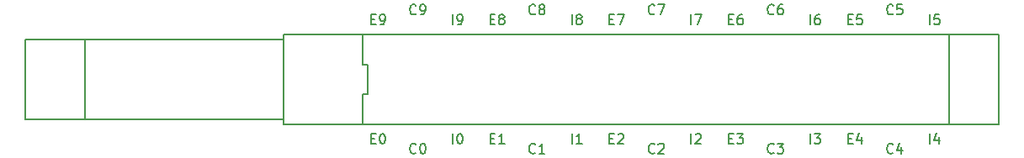
<source format=gbr>
G04 #@! TF.GenerationSoftware,KiCad,Pcbnew,no-vcs-found-7434~57~ubuntu16.04.1*
G04 #@! TF.CreationDate,2017-01-07T23:20:12+01:00*
G04 #@! TF.ProjectId,PickupWiring,5069636B7570576972696E672E6B6963,rev?*
G04 #@! TF.FileFunction,Legend,Top*
G04 #@! TF.FilePolarity,Positive*
%FSLAX46Y46*%
G04 Gerber Fmt 4.6, Leading zero omitted, Abs format (unit mm)*
G04 Created by KiCad (PCBNEW no-vcs-found-7434~57~ubuntu16.04.1) date Sat Jan  7 23:20:12 2017*
%MOMM*%
%LPD*%
G01*
G04 APERTURE LIST*
%ADD10C,0.050000*%
%ADD11C,0.150000*%
G04 APERTURE END LIST*
D10*
D11*
X99500000Y-120499999D02*
X158500000Y-120500000D01*
X158500000Y-120500000D02*
X158500000Y-111500001D01*
X158500000Y-111500001D02*
X99500000Y-111500000D01*
X99500000Y-111500000D02*
X99500000Y-114500000D01*
X99500000Y-114500000D02*
X99950000Y-114500000D01*
X99950000Y-114500000D02*
X99950000Y-117499999D01*
X99950000Y-117499999D02*
X99500000Y-117499999D01*
X99500000Y-117499999D02*
X99500000Y-120499999D01*
X158500000Y-111500000D02*
X163500000Y-111500000D01*
X163500000Y-111500000D02*
X163500000Y-120500000D01*
X163500000Y-120500000D02*
X158500000Y-120500000D01*
X99500000Y-111500000D02*
X91500000Y-111500000D01*
X91500000Y-111500000D02*
X91500000Y-120500000D01*
X91500000Y-120500000D02*
X99500000Y-120500000D01*
X91500000Y-112000000D02*
X65500000Y-112000000D01*
X65500000Y-112000000D02*
X65500000Y-120000000D01*
X65500000Y-120000000D02*
X91500000Y-120000000D01*
X71500000Y-112000000D02*
X71500000Y-120000000D01*
X104833333Y-123357142D02*
X104785714Y-123404761D01*
X104642857Y-123452380D01*
X104547619Y-123452380D01*
X104404761Y-123404761D01*
X104309523Y-123309523D01*
X104261904Y-123214285D01*
X104214285Y-123023809D01*
X104214285Y-122880952D01*
X104261904Y-122690476D01*
X104309523Y-122595238D01*
X104404761Y-122500000D01*
X104547619Y-122452380D01*
X104642857Y-122452380D01*
X104785714Y-122500000D01*
X104833333Y-122547619D01*
X105452380Y-122452380D02*
X105547619Y-122452380D01*
X105642857Y-122500000D01*
X105690476Y-122547619D01*
X105738095Y-122642857D01*
X105785714Y-122833333D01*
X105785714Y-123071428D01*
X105738095Y-123261904D01*
X105690476Y-123357142D01*
X105642857Y-123404761D01*
X105547619Y-123452380D01*
X105452380Y-123452380D01*
X105357142Y-123404761D01*
X105309523Y-123357142D01*
X105261904Y-123261904D01*
X105214285Y-123071428D01*
X105214285Y-122833333D01*
X105261904Y-122642857D01*
X105309523Y-122547619D01*
X105357142Y-122500000D01*
X105452380Y-122452380D01*
X116833333Y-123357142D02*
X116785714Y-123404761D01*
X116642857Y-123452380D01*
X116547619Y-123452380D01*
X116404761Y-123404761D01*
X116309523Y-123309523D01*
X116261904Y-123214285D01*
X116214285Y-123023809D01*
X116214285Y-122880952D01*
X116261904Y-122690476D01*
X116309523Y-122595238D01*
X116404761Y-122500000D01*
X116547619Y-122452380D01*
X116642857Y-122452380D01*
X116785714Y-122500000D01*
X116833333Y-122547619D01*
X117785714Y-123452380D02*
X117214285Y-123452380D01*
X117500000Y-123452380D02*
X117500000Y-122452380D01*
X117404761Y-122595238D01*
X117309523Y-122690476D01*
X117214285Y-122738095D01*
X128833333Y-123357142D02*
X128785714Y-123404761D01*
X128642857Y-123452380D01*
X128547619Y-123452380D01*
X128404761Y-123404761D01*
X128309523Y-123309523D01*
X128261904Y-123214285D01*
X128214285Y-123023809D01*
X128214285Y-122880952D01*
X128261904Y-122690476D01*
X128309523Y-122595238D01*
X128404761Y-122500000D01*
X128547619Y-122452380D01*
X128642857Y-122452380D01*
X128785714Y-122500000D01*
X128833333Y-122547619D01*
X129214285Y-122547619D02*
X129261904Y-122500000D01*
X129357142Y-122452380D01*
X129595238Y-122452380D01*
X129690476Y-122500000D01*
X129738095Y-122547619D01*
X129785714Y-122642857D01*
X129785714Y-122738095D01*
X129738095Y-122880952D01*
X129166666Y-123452380D01*
X129785714Y-123452380D01*
X140833333Y-123357142D02*
X140785714Y-123404761D01*
X140642857Y-123452380D01*
X140547619Y-123452380D01*
X140404761Y-123404761D01*
X140309523Y-123309523D01*
X140261904Y-123214285D01*
X140214285Y-123023809D01*
X140214285Y-122880952D01*
X140261904Y-122690476D01*
X140309523Y-122595238D01*
X140404761Y-122500000D01*
X140547619Y-122452380D01*
X140642857Y-122452380D01*
X140785714Y-122500000D01*
X140833333Y-122547619D01*
X141166666Y-122452380D02*
X141785714Y-122452380D01*
X141452380Y-122833333D01*
X141595238Y-122833333D01*
X141690476Y-122880952D01*
X141738095Y-122928571D01*
X141785714Y-123023809D01*
X141785714Y-123261904D01*
X141738095Y-123357142D01*
X141690476Y-123404761D01*
X141595238Y-123452380D01*
X141309523Y-123452380D01*
X141214285Y-123404761D01*
X141166666Y-123357142D01*
X152833333Y-123357142D02*
X152785714Y-123404761D01*
X152642857Y-123452380D01*
X152547619Y-123452380D01*
X152404761Y-123404761D01*
X152309523Y-123309523D01*
X152261904Y-123214285D01*
X152214285Y-123023809D01*
X152214285Y-122880952D01*
X152261904Y-122690476D01*
X152309523Y-122595238D01*
X152404761Y-122500000D01*
X152547619Y-122452380D01*
X152642857Y-122452380D01*
X152785714Y-122500000D01*
X152833333Y-122547619D01*
X153690476Y-122785714D02*
X153690476Y-123452380D01*
X153452380Y-122404761D02*
X153214285Y-123119047D01*
X153833333Y-123119047D01*
X152833333Y-109357142D02*
X152785714Y-109404761D01*
X152642857Y-109452380D01*
X152547619Y-109452380D01*
X152404761Y-109404761D01*
X152309523Y-109309523D01*
X152261904Y-109214285D01*
X152214285Y-109023809D01*
X152214285Y-108880952D01*
X152261904Y-108690476D01*
X152309523Y-108595238D01*
X152404761Y-108500000D01*
X152547619Y-108452380D01*
X152642857Y-108452380D01*
X152785714Y-108500000D01*
X152833333Y-108547619D01*
X153738095Y-108452380D02*
X153261904Y-108452380D01*
X153214285Y-108928571D01*
X153261904Y-108880952D01*
X153357142Y-108833333D01*
X153595238Y-108833333D01*
X153690476Y-108880952D01*
X153738095Y-108928571D01*
X153785714Y-109023809D01*
X153785714Y-109261904D01*
X153738095Y-109357142D01*
X153690476Y-109404761D01*
X153595238Y-109452380D01*
X153357142Y-109452380D01*
X153261904Y-109404761D01*
X153214285Y-109357142D01*
X140833333Y-109357142D02*
X140785714Y-109404761D01*
X140642857Y-109452380D01*
X140547619Y-109452380D01*
X140404761Y-109404761D01*
X140309523Y-109309523D01*
X140261904Y-109214285D01*
X140214285Y-109023809D01*
X140214285Y-108880952D01*
X140261904Y-108690476D01*
X140309523Y-108595238D01*
X140404761Y-108500000D01*
X140547619Y-108452380D01*
X140642857Y-108452380D01*
X140785714Y-108500000D01*
X140833333Y-108547619D01*
X141690476Y-108452380D02*
X141500000Y-108452380D01*
X141404761Y-108500000D01*
X141357142Y-108547619D01*
X141261904Y-108690476D01*
X141214285Y-108880952D01*
X141214285Y-109261904D01*
X141261904Y-109357142D01*
X141309523Y-109404761D01*
X141404761Y-109452380D01*
X141595238Y-109452380D01*
X141690476Y-109404761D01*
X141738095Y-109357142D01*
X141785714Y-109261904D01*
X141785714Y-109023809D01*
X141738095Y-108928571D01*
X141690476Y-108880952D01*
X141595238Y-108833333D01*
X141404761Y-108833333D01*
X141309523Y-108880952D01*
X141261904Y-108928571D01*
X141214285Y-109023809D01*
X128833333Y-109357142D02*
X128785714Y-109404761D01*
X128642857Y-109452380D01*
X128547619Y-109452380D01*
X128404761Y-109404761D01*
X128309523Y-109309523D01*
X128261904Y-109214285D01*
X128214285Y-109023809D01*
X128214285Y-108880952D01*
X128261904Y-108690476D01*
X128309523Y-108595238D01*
X128404761Y-108500000D01*
X128547619Y-108452380D01*
X128642857Y-108452380D01*
X128785714Y-108500000D01*
X128833333Y-108547619D01*
X129166666Y-108452380D02*
X129833333Y-108452380D01*
X129404761Y-109452380D01*
X116833333Y-109357142D02*
X116785714Y-109404761D01*
X116642857Y-109452380D01*
X116547619Y-109452380D01*
X116404761Y-109404761D01*
X116309523Y-109309523D01*
X116261904Y-109214285D01*
X116214285Y-109023809D01*
X116214285Y-108880952D01*
X116261904Y-108690476D01*
X116309523Y-108595238D01*
X116404761Y-108500000D01*
X116547619Y-108452380D01*
X116642857Y-108452380D01*
X116785714Y-108500000D01*
X116833333Y-108547619D01*
X117404761Y-108880952D02*
X117309523Y-108833333D01*
X117261904Y-108785714D01*
X117214285Y-108690476D01*
X117214285Y-108642857D01*
X117261904Y-108547619D01*
X117309523Y-108500000D01*
X117404761Y-108452380D01*
X117595238Y-108452380D01*
X117690476Y-108500000D01*
X117738095Y-108547619D01*
X117785714Y-108642857D01*
X117785714Y-108690476D01*
X117738095Y-108785714D01*
X117690476Y-108833333D01*
X117595238Y-108880952D01*
X117404761Y-108880952D01*
X117309523Y-108928571D01*
X117261904Y-108976190D01*
X117214285Y-109071428D01*
X117214285Y-109261904D01*
X117261904Y-109357142D01*
X117309523Y-109404761D01*
X117404761Y-109452380D01*
X117595238Y-109452380D01*
X117690476Y-109404761D01*
X117738095Y-109357142D01*
X117785714Y-109261904D01*
X117785714Y-109071428D01*
X117738095Y-108976190D01*
X117690476Y-108928571D01*
X117595238Y-108880952D01*
X104833333Y-109357142D02*
X104785714Y-109404761D01*
X104642857Y-109452380D01*
X104547619Y-109452380D01*
X104404761Y-109404761D01*
X104309523Y-109309523D01*
X104261904Y-109214285D01*
X104214285Y-109023809D01*
X104214285Y-108880952D01*
X104261904Y-108690476D01*
X104309523Y-108595238D01*
X104404761Y-108500000D01*
X104547619Y-108452380D01*
X104642857Y-108452380D01*
X104785714Y-108500000D01*
X104833333Y-108547619D01*
X105309523Y-109452380D02*
X105500000Y-109452380D01*
X105595238Y-109404761D01*
X105642857Y-109357142D01*
X105738095Y-109214285D01*
X105785714Y-109023809D01*
X105785714Y-108642857D01*
X105738095Y-108547619D01*
X105690476Y-108500000D01*
X105595238Y-108452380D01*
X105404761Y-108452380D01*
X105309523Y-108500000D01*
X105261904Y-108547619D01*
X105214285Y-108642857D01*
X105214285Y-108880952D01*
X105261904Y-108976190D01*
X105309523Y-109023809D01*
X105404761Y-109071428D01*
X105595238Y-109071428D01*
X105690476Y-109023809D01*
X105738095Y-108976190D01*
X105785714Y-108880952D01*
X100309523Y-121928571D02*
X100642857Y-121928571D01*
X100785714Y-122452380D02*
X100309523Y-122452380D01*
X100309523Y-121452380D01*
X100785714Y-121452380D01*
X101404761Y-121452380D02*
X101500000Y-121452380D01*
X101595238Y-121500000D01*
X101642857Y-121547619D01*
X101690476Y-121642857D01*
X101738095Y-121833333D01*
X101738095Y-122071428D01*
X101690476Y-122261904D01*
X101642857Y-122357142D01*
X101595238Y-122404761D01*
X101500000Y-122452380D01*
X101404761Y-122452380D01*
X101309523Y-122404761D01*
X101261904Y-122357142D01*
X101214285Y-122261904D01*
X101166666Y-122071428D01*
X101166666Y-121833333D01*
X101214285Y-121642857D01*
X101261904Y-121547619D01*
X101309523Y-121500000D01*
X101404761Y-121452380D01*
X100309523Y-109928571D02*
X100642857Y-109928571D01*
X100785714Y-110452380D02*
X100309523Y-110452380D01*
X100309523Y-109452380D01*
X100785714Y-109452380D01*
X101261904Y-110452380D02*
X101452380Y-110452380D01*
X101547619Y-110404761D01*
X101595238Y-110357142D01*
X101690476Y-110214285D01*
X101738095Y-110023809D01*
X101738095Y-109642857D01*
X101690476Y-109547619D01*
X101642857Y-109500000D01*
X101547619Y-109452380D01*
X101357142Y-109452380D01*
X101261904Y-109500000D01*
X101214285Y-109547619D01*
X101166666Y-109642857D01*
X101166666Y-109880952D01*
X101214285Y-109976190D01*
X101261904Y-110023809D01*
X101357142Y-110071428D01*
X101547619Y-110071428D01*
X101642857Y-110023809D01*
X101690476Y-109976190D01*
X101738095Y-109880952D01*
X112309523Y-109928571D02*
X112642857Y-109928571D01*
X112785714Y-110452380D02*
X112309523Y-110452380D01*
X112309523Y-109452380D01*
X112785714Y-109452380D01*
X113357142Y-109880952D02*
X113261904Y-109833333D01*
X113214285Y-109785714D01*
X113166666Y-109690476D01*
X113166666Y-109642857D01*
X113214285Y-109547619D01*
X113261904Y-109500000D01*
X113357142Y-109452380D01*
X113547619Y-109452380D01*
X113642857Y-109500000D01*
X113690476Y-109547619D01*
X113738095Y-109642857D01*
X113738095Y-109690476D01*
X113690476Y-109785714D01*
X113642857Y-109833333D01*
X113547619Y-109880952D01*
X113357142Y-109880952D01*
X113261904Y-109928571D01*
X113214285Y-109976190D01*
X113166666Y-110071428D01*
X113166666Y-110261904D01*
X113214285Y-110357142D01*
X113261904Y-110404761D01*
X113357142Y-110452380D01*
X113547619Y-110452380D01*
X113642857Y-110404761D01*
X113690476Y-110357142D01*
X113738095Y-110261904D01*
X113738095Y-110071428D01*
X113690476Y-109976190D01*
X113642857Y-109928571D01*
X113547619Y-109880952D01*
X112309523Y-121928571D02*
X112642857Y-121928571D01*
X112785714Y-122452380D02*
X112309523Y-122452380D01*
X112309523Y-121452380D01*
X112785714Y-121452380D01*
X113738095Y-122452380D02*
X113166666Y-122452380D01*
X113452380Y-122452380D02*
X113452380Y-121452380D01*
X113357142Y-121595238D01*
X113261904Y-121690476D01*
X113166666Y-121738095D01*
X124309523Y-121928571D02*
X124642857Y-121928571D01*
X124785714Y-122452380D02*
X124309523Y-122452380D01*
X124309523Y-121452380D01*
X124785714Y-121452380D01*
X125166666Y-121547619D02*
X125214285Y-121500000D01*
X125309523Y-121452380D01*
X125547619Y-121452380D01*
X125642857Y-121500000D01*
X125690476Y-121547619D01*
X125738095Y-121642857D01*
X125738095Y-121738095D01*
X125690476Y-121880952D01*
X125119047Y-122452380D01*
X125738095Y-122452380D01*
X124309523Y-109928571D02*
X124642857Y-109928571D01*
X124785714Y-110452380D02*
X124309523Y-110452380D01*
X124309523Y-109452380D01*
X124785714Y-109452380D01*
X125119047Y-109452380D02*
X125785714Y-109452380D01*
X125357142Y-110452380D01*
X136309523Y-109928571D02*
X136642857Y-109928571D01*
X136785714Y-110452380D02*
X136309523Y-110452380D01*
X136309523Y-109452380D01*
X136785714Y-109452380D01*
X137642857Y-109452380D02*
X137452380Y-109452380D01*
X137357142Y-109500000D01*
X137309523Y-109547619D01*
X137214285Y-109690476D01*
X137166666Y-109880952D01*
X137166666Y-110261904D01*
X137214285Y-110357142D01*
X137261904Y-110404761D01*
X137357142Y-110452380D01*
X137547619Y-110452380D01*
X137642857Y-110404761D01*
X137690476Y-110357142D01*
X137738095Y-110261904D01*
X137738095Y-110023809D01*
X137690476Y-109928571D01*
X137642857Y-109880952D01*
X137547619Y-109833333D01*
X137357142Y-109833333D01*
X137261904Y-109880952D01*
X137214285Y-109928571D01*
X137166666Y-110023809D01*
X136309523Y-121928571D02*
X136642857Y-121928571D01*
X136785714Y-122452380D02*
X136309523Y-122452380D01*
X136309523Y-121452380D01*
X136785714Y-121452380D01*
X137119047Y-121452380D02*
X137738095Y-121452380D01*
X137404761Y-121833333D01*
X137547619Y-121833333D01*
X137642857Y-121880952D01*
X137690476Y-121928571D01*
X137738095Y-122023809D01*
X137738095Y-122261904D01*
X137690476Y-122357142D01*
X137642857Y-122404761D01*
X137547619Y-122452380D01*
X137261904Y-122452380D01*
X137166666Y-122404761D01*
X137119047Y-122357142D01*
X148309523Y-121928571D02*
X148642857Y-121928571D01*
X148785714Y-122452380D02*
X148309523Y-122452380D01*
X148309523Y-121452380D01*
X148785714Y-121452380D01*
X149642857Y-121785714D02*
X149642857Y-122452380D01*
X149404761Y-121404761D02*
X149166666Y-122119047D01*
X149785714Y-122119047D01*
X148309523Y-109928571D02*
X148642857Y-109928571D01*
X148785714Y-110452380D02*
X148309523Y-110452380D01*
X148309523Y-109452380D01*
X148785714Y-109452380D01*
X149690476Y-109452380D02*
X149214285Y-109452380D01*
X149166666Y-109928571D01*
X149214285Y-109880952D01*
X149309523Y-109833333D01*
X149547619Y-109833333D01*
X149642857Y-109880952D01*
X149690476Y-109928571D01*
X149738095Y-110023809D01*
X149738095Y-110261904D01*
X149690476Y-110357142D01*
X149642857Y-110404761D01*
X149547619Y-110452380D01*
X149309523Y-110452380D01*
X149214285Y-110404761D01*
X149166666Y-110357142D01*
X108523809Y-110452380D02*
X108523809Y-109452380D01*
X109047619Y-110452380D02*
X109238095Y-110452380D01*
X109333333Y-110404761D01*
X109380952Y-110357142D01*
X109476190Y-110214285D01*
X109523809Y-110023809D01*
X109523809Y-109642857D01*
X109476190Y-109547619D01*
X109428571Y-109500000D01*
X109333333Y-109452380D01*
X109142857Y-109452380D01*
X109047619Y-109500000D01*
X109000000Y-109547619D01*
X108952380Y-109642857D01*
X108952380Y-109880952D01*
X109000000Y-109976190D01*
X109047619Y-110023809D01*
X109142857Y-110071428D01*
X109333333Y-110071428D01*
X109428571Y-110023809D01*
X109476190Y-109976190D01*
X109523809Y-109880952D01*
X108523809Y-122452380D02*
X108523809Y-121452380D01*
X109190476Y-121452380D02*
X109285714Y-121452380D01*
X109380952Y-121500000D01*
X109428571Y-121547619D01*
X109476190Y-121642857D01*
X109523809Y-121833333D01*
X109523809Y-122071428D01*
X109476190Y-122261904D01*
X109428571Y-122357142D01*
X109380952Y-122404761D01*
X109285714Y-122452380D01*
X109190476Y-122452380D01*
X109095238Y-122404761D01*
X109047619Y-122357142D01*
X109000000Y-122261904D01*
X108952380Y-122071428D01*
X108952380Y-121833333D01*
X109000000Y-121642857D01*
X109047619Y-121547619D01*
X109095238Y-121500000D01*
X109190476Y-121452380D01*
X120523809Y-122452380D02*
X120523809Y-121452380D01*
X121523809Y-122452380D02*
X120952380Y-122452380D01*
X121238095Y-122452380D02*
X121238095Y-121452380D01*
X121142857Y-121595238D01*
X121047619Y-121690476D01*
X120952380Y-121738095D01*
X132523809Y-122452380D02*
X132523809Y-121452380D01*
X132952380Y-121547619D02*
X133000000Y-121500000D01*
X133095238Y-121452380D01*
X133333333Y-121452380D01*
X133428571Y-121500000D01*
X133476190Y-121547619D01*
X133523809Y-121642857D01*
X133523809Y-121738095D01*
X133476190Y-121880952D01*
X132904761Y-122452380D01*
X133523809Y-122452380D01*
X144523809Y-122452380D02*
X144523809Y-121452380D01*
X144904761Y-121452380D02*
X145523809Y-121452380D01*
X145190476Y-121833333D01*
X145333333Y-121833333D01*
X145428571Y-121880952D01*
X145476190Y-121928571D01*
X145523809Y-122023809D01*
X145523809Y-122261904D01*
X145476190Y-122357142D01*
X145428571Y-122404761D01*
X145333333Y-122452380D01*
X145047619Y-122452380D01*
X144952380Y-122404761D01*
X144904761Y-122357142D01*
X156523809Y-122452380D02*
X156523809Y-121452380D01*
X157428571Y-121785714D02*
X157428571Y-122452380D01*
X157190476Y-121404761D02*
X156952380Y-122119047D01*
X157571428Y-122119047D01*
X156523809Y-110452380D02*
X156523809Y-109452380D01*
X157476190Y-109452380D02*
X157000000Y-109452380D01*
X156952380Y-109928571D01*
X157000000Y-109880952D01*
X157095238Y-109833333D01*
X157333333Y-109833333D01*
X157428571Y-109880952D01*
X157476190Y-109928571D01*
X157523809Y-110023809D01*
X157523809Y-110261904D01*
X157476190Y-110357142D01*
X157428571Y-110404761D01*
X157333333Y-110452380D01*
X157095238Y-110452380D01*
X157000000Y-110404761D01*
X156952380Y-110357142D01*
X144523809Y-110452380D02*
X144523809Y-109452380D01*
X145428571Y-109452380D02*
X145238095Y-109452380D01*
X145142857Y-109500000D01*
X145095238Y-109547619D01*
X145000000Y-109690476D01*
X144952380Y-109880952D01*
X144952380Y-110261904D01*
X145000000Y-110357142D01*
X145047619Y-110404761D01*
X145142857Y-110452380D01*
X145333333Y-110452380D01*
X145428571Y-110404761D01*
X145476190Y-110357142D01*
X145523809Y-110261904D01*
X145523809Y-110023809D01*
X145476190Y-109928571D01*
X145428571Y-109880952D01*
X145333333Y-109833333D01*
X145142857Y-109833333D01*
X145047619Y-109880952D01*
X145000000Y-109928571D01*
X144952380Y-110023809D01*
X132523809Y-110452380D02*
X132523809Y-109452380D01*
X132904761Y-109452380D02*
X133571428Y-109452380D01*
X133142857Y-110452380D01*
X120523809Y-110452380D02*
X120523809Y-109452380D01*
X121142857Y-109880952D02*
X121047619Y-109833333D01*
X121000000Y-109785714D01*
X120952380Y-109690476D01*
X120952380Y-109642857D01*
X121000000Y-109547619D01*
X121047619Y-109500000D01*
X121142857Y-109452380D01*
X121333333Y-109452380D01*
X121428571Y-109500000D01*
X121476190Y-109547619D01*
X121523809Y-109642857D01*
X121523809Y-109690476D01*
X121476190Y-109785714D01*
X121428571Y-109833333D01*
X121333333Y-109880952D01*
X121142857Y-109880952D01*
X121047619Y-109928571D01*
X121000000Y-109976190D01*
X120952380Y-110071428D01*
X120952380Y-110261904D01*
X121000000Y-110357142D01*
X121047619Y-110404761D01*
X121142857Y-110452380D01*
X121333333Y-110452380D01*
X121428571Y-110404761D01*
X121476190Y-110357142D01*
X121523809Y-110261904D01*
X121523809Y-110071428D01*
X121476190Y-109976190D01*
X121428571Y-109928571D01*
X121333333Y-109880952D01*
M02*

</source>
